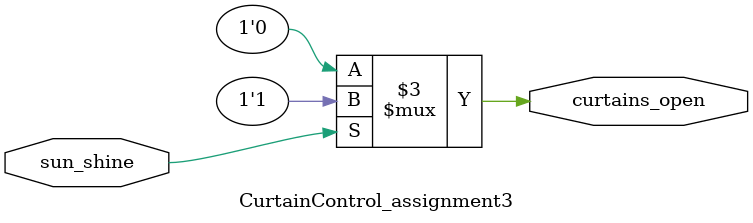
<source format=v>
`timescale 1ns / 1ps


module CurtainControl_assignment3(
    input wire sun_shine,     // High when sunlight is detected
    output reg curtains_open  // High to open curtains, low to close
);

    always @(*) begin
        if (sun_shine)
            curtains_open = 1; // Open curtains when sunlight is detected
        else
            curtains_open = 0; // Close curtains otherwise
    end

endmodule
</source>
